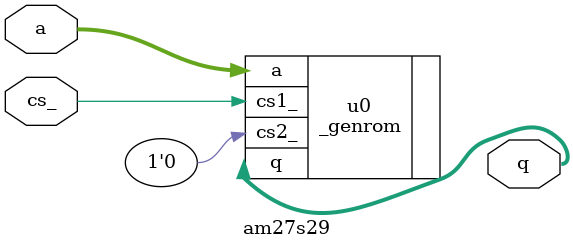
<source format=v>

`include "_genrom.v"

// am27s29 is WIDTH=8, HEIGHT=9

`timescale 1ns / 100ps

module am27s29(a, q, cs_);
parameter WIDTH=4;
parameter HEIGHT=9;
parameter INITH="";
parameter INITB="";
input [HEIGHT-1:0] a;
output [WIDTH-1:0] q;
input cs_;

_genrom #(.WIDTH(WIDTH),.HEIGHT(HEIGHT), .INITH(INITH), .INITB(INITB)) 
u0(
	.a(a), .q(q), .cs1_(cs_), .cs2_(1'b0)
);

endmodule

</source>
